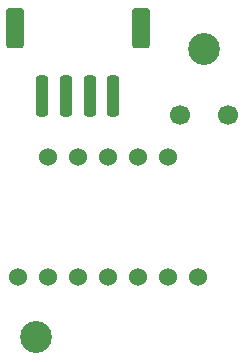
<source format=gbr>
%TF.GenerationSoftware,KiCad,Pcbnew,7.0.8*%
%TF.CreationDate,2024-11-10T19:24:17+09:00*%
%TF.ProjectId,LSM_Module_V0.1.0,4c534d5f-4d6f-4647-956c-655f56302e31,rev?*%
%TF.SameCoordinates,Original*%
%TF.FileFunction,Soldermask,Top*%
%TF.FilePolarity,Negative*%
%FSLAX46Y46*%
G04 Gerber Fmt 4.6, Leading zero omitted, Abs format (unit mm)*
G04 Created by KiCad (PCBNEW 7.0.8) date 2024-11-10 19:24:17*
%MOMM*%
%LPD*%
G01*
G04 APERTURE LIST*
G04 Aperture macros list*
%AMRoundRect*
0 Rectangle with rounded corners*
0 $1 Rounding radius*
0 $2 $3 $4 $5 $6 $7 $8 $9 X,Y pos of 4 corners*
0 Add a 4 corners polygon primitive as box body*
4,1,4,$2,$3,$4,$5,$6,$7,$8,$9,$2,$3,0*
0 Add four circle primitives for the rounded corners*
1,1,$1+$1,$2,$3*
1,1,$1+$1,$4,$5*
1,1,$1+$1,$6,$7*
1,1,$1+$1,$8,$9*
0 Add four rect primitives between the rounded corners*
20,1,$1+$1,$2,$3,$4,$5,0*
20,1,$1+$1,$4,$5,$6,$7,0*
20,1,$1+$1,$6,$7,$8,$9,0*
20,1,$1+$1,$8,$9,$2,$3,0*%
G04 Aperture macros list end*
%ADD10C,1.700000*%
%ADD11RoundRect,0.250000X0.250000X1.500000X-0.250000X1.500000X-0.250000X-1.500000X0.250000X-1.500000X0*%
%ADD12RoundRect,0.250001X0.499999X1.449999X-0.499999X1.449999X-0.499999X-1.449999X0.499999X-1.449999X0*%
%ADD13C,2.700000*%
%ADD14C,1.524000*%
G04 APERTURE END LIST*
D10*
%TO.C,J1*%
X16256000Y-9652000D03*
%TD*%
D11*
%TO.C,J7*%
X10636000Y-8036000D03*
X8636000Y-8036000D03*
X6636000Y-8036000D03*
X4636000Y-8036000D03*
D12*
X12986000Y-2286000D03*
X2286000Y-2286000D03*
%TD*%
D13*
%TO.C,M2.5*%
X4064000Y-28448000D03*
%TD*%
D10*
%TO.C,J2*%
X20320000Y-9652000D03*
%TD*%
D13*
%TO.C,M2.5*%
X18288000Y-4064000D03*
%TD*%
D14*
%TO.C,U2*%
X2540000Y-23368000D03*
X5080000Y-23368000D03*
X7620000Y-23368000D03*
X10160000Y-23368000D03*
X12700000Y-23368000D03*
X15240000Y-23368000D03*
X17780000Y-23368000D03*
X5080000Y-13208000D03*
X7620000Y-13208000D03*
X10160000Y-13208000D03*
X12700000Y-13208000D03*
X15240000Y-13208000D03*
%TD*%
M02*

</source>
